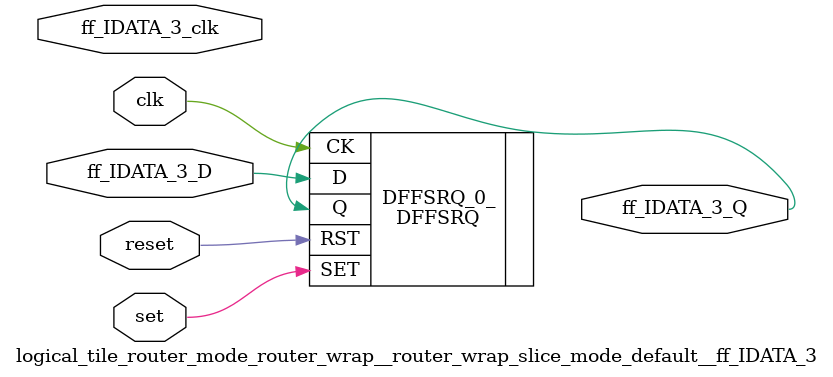
<source format=v>
`default_nettype none

module logical_tile_router_mode_router_wrap__router_wrap_slice_mode_default__ff_IDATA_3(set,
                                                                                        reset,
                                                                                        clk,
                                                                                        ff_IDATA_3_D,
                                                                                        ff_IDATA_3_Q,
                                                                                        ff_IDATA_3_clk);
//----- GLOBAL PORTS -----
input [0:0] set;
//----- GLOBAL PORTS -----
input [0:0] reset;
//----- GLOBAL PORTS -----
input [0:0] clk;
//----- INPUT PORTS -----
input [0:0] ff_IDATA_3_D;
//----- OUTPUT PORTS -----
output [0:0] ff_IDATA_3_Q;
//----- CLOCK PORTS -----
input [0:0] ff_IDATA_3_clk;

//----- BEGIN wire-connection ports -----
wire [0:0] ff_IDATA_3_D;
wire [0:0] ff_IDATA_3_Q;
wire [0:0] ff_IDATA_3_clk;
//----- END wire-connection ports -----


//----- BEGIN Registered ports -----
//----- END Registered ports -----



// ----- BEGIN Local short connections -----
// ----- END Local short connections -----
// ----- BEGIN Local output short connections -----
// ----- END Local output short connections -----

	DFFSRQ DFFSRQ_0_ (
		.SET(set),
		.RST(reset),
		.CK(clk),
		.D(ff_IDATA_3_D),
		.Q(ff_IDATA_3_Q));

endmodule
// ----- END Verilog module for logical_tile_router_mode_router_wrap__router_wrap_slice_mode_default__ff_IDATA_3 -----

//----- Default net type -----
`default_nettype wire




</source>
